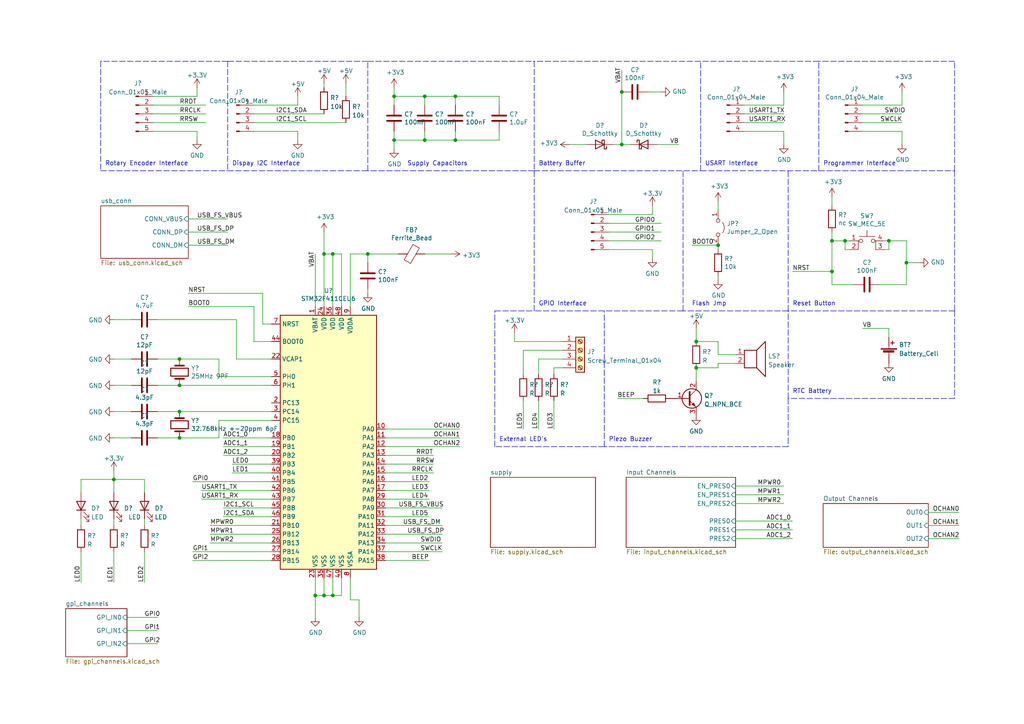
<source format=kicad_sch>
(kicad_sch (version 20211123) (generator eeschema)
  (paper "A4")
  (title_block (title "FloatPUMP Schematics") (date "2022-11-11") (rev "1.0") (company "robtor.de") (comment 1 "Controller board for up to 3 water pumps") (comment 2 "measuring capabilities with piezoresistive pressure sensors") (comment 3 "sensor input Range 4mA-20mA"))
  (lib_symbols
    (symbol "Connector:Conn_01x04_Male" (pin_names (offset 1.016) hide)
      (property "Reference" "J" (at 0 5.08 0))
      (property "Value" "Conn_01x04_Male" (at 0 -7.62 0))
      (symbol "Conn_01x04_Male_1_1"
        (polyline (pts (xy 1.27 -5.08) (xy 0.8636 -5.08)) (stroke (width 0.1524)))
        (polyline (pts (xy 1.27 -2.54) (xy 0.8636 -2.54)) (stroke (width 0.1524)))
        (polyline (pts (xy 1.27 0) (xy 0.8636 0)) (stroke (width 0.1524)))
        (polyline (pts (xy 1.27 2.54) (xy 0.8636 2.54)) (stroke (width 0.1524)))
        (rectangle (start 0.8636 -4.953) (end 0 -5.207) (stroke (width 0.1524)) (fill (type outline)))
        (rectangle (start 0.8636 -2.413) (end 0 -2.667) (stroke (width 0.1524)) (fill (type outline)))
        (rectangle (start 0.8636 0.127) (end 0 -0.127) (stroke (width 0.1524)) (fill (type outline)))
        (rectangle (start 0.8636 2.667) (end 0 2.413) (stroke (width 0.1524)) (fill (type outline)))
        (pin passive line (at 5.08 2.54 180) (length 3.81) (name "Pin_1") (number "1"))
        (pin passive line (at 5.08 0 180) (length 3.81) (name "Pin_2") (number "2"))
        (pin passive line (at 5.08 -2.54 180) (length 3.81) (name "Pin_3") (number "3"))
        (pin passive line (at 5.08 -5.08 180) (length 3.81) (name "Pin_4") (number "4"))
      )
    )
    (symbol "Connector:Conn_01x05_Male" (pin_names (offset 1.016) hide)
      (property "Reference" "J" (at 0 7.62 0))
      (property "Value" "Conn_01x05_Male" (at 0 -7.62 0))
      (symbol "Conn_01x05_Male_1_1"
        (polyline (pts (xy 1.27 -5.08) (xy 0.8636 -5.08)) (stroke (width 0.1524)))
        (polyline (pts (xy 1.27 -2.54) (xy 0.8636 -2.54)) (stroke (width 0.1524)))
        (polyline (pts (xy 1.27 0) (xy 0.8636 0)) (stroke (width 0.1524)))
        (polyline (pts (xy 1.27 2.54) (xy 0.8636 2.54)) (stroke (width 0.1524)))
        (polyline (pts (xy 1.27 5.08) (xy 0.8636 5.08)) (stroke (width 0.1524)))
        (rectangle (start 0.8636 -4.953) (end 0 -5.207) (stroke (width 0.1524)) (fill (type outline)))
        (rectangle (start 0.8636 -2.413) (end 0 -2.667) (stroke (width 0.1524)) (fill (type outline)))
        (rectangle (start 0.8636 0.127) (end 0 -0.127) (stroke (width 0.1524)) (fill (type outline)))
        (rectangle (start 0.8636 2.667) (end 0 2.413) (stroke (width 0.1524)) (fill (type outline)))
        (rectangle (start 0.8636 5.207) (end 0 4.953) (stroke (width 0.1524)) (fill (type outline)))
        (pin passive line (at 5.08 5.08 180) (length 3.81) (name "Pin_1") (number "1"))
        (pin passive line (at 5.08 2.54 180) (length 3.81) (name "Pin_2") (number "2"))
        (pin passive line (at 5.08 0 180) (length 3.81) (name "Pin_3") (number "3"))
        (pin passive line (at 5.08 -2.54 180) (length 3.81) (name "Pin_4") (number "4"))
        (pin passive line (at 5.08 -5.08 180) (length 3.81) (name "Pin_5") (number "5"))
      )
    )
    (symbol "Connector:Screw_Terminal_01x04" (pin_names (offset 1.016) hide)
      (property "Reference" "J" (at 0 5.08 0))
      (property "Value" "Screw_Terminal_01x04" (at 0 -7.62 0))
      (symbol "Screw_Terminal_01x04_1_1"
        (rectangle (start -1.27 3.81) (end 1.27 -6.35) (stroke (width 0.254)) (fill (type background)))
        (circle (center 0 -5.08) (radius 0.635) (stroke (width 0.1524)))
        (circle (center 0 -2.54) (radius 0.635) (stroke (width 0.1524)))
        (polyline (pts (xy -0.5334 -4.7498) (xy 0.3302 -5.588)) (stroke (width 0.1524)))
        (polyline (pts (xy -0.5334 -2.2098) (xy 0.3302 -3.048)) (stroke (width 0.1524)))
        (polyline (pts (xy -0.5334 0.3302) (xy 0.3302 -0.508)) (stroke (width 0.1524)))
        (polyline (pts (xy -0.5334 2.8702) (xy 0.3302 2.032)) (stroke (width 0.1524)))
        (polyline (pts (xy -0.3556 -4.572) (xy 0.508 -5.4102)) (stroke (width 0.1524)))
        (polyline (pts (xy -0.3556 -2.032) (xy 0.508 -2.8702)) (stroke (width 0.1524)))
        (polyline (pts (xy -0.3556 0.508) (xy 0.508 -0.3302)) (stroke (width 0.1524)))
        (polyline (pts (xy -0.3556 3.048) (xy 0.508 2.2098)) (stroke (width 0.1524)))
        (circle (center 0 0) (radius 0.635) (stroke (width 0.1524)))
        (circle (center 0 2.54) (radius 0.635) (stroke (width 0.1524)))
        (pin passive line (at -5.08 2.54 0) (length 3.81) (name "Pin_1") (number "1"))
        (pin passive line (at -5.08 0 0) (length 3.81) (name "Pin_2") (number "2"))
        (pin passive line (at -5.08 -2.54 0) (length 3.81) (name "Pin_3") (number "3"))
        (pin passive line (at -5.08 -5.08 0) (length 3.81) (name "Pin_4") (number "4"))
      )
    )
    (symbol "Device:Battery_Cell" (pin_numbers hide) (pin_names (offset 0) hide)
      (property "Reference" "BT" (at 2.54 2.54 0))
      (property "Value" "Battery_Cell" (at 2.54 0 0))
      (symbol "Battery_Cell_0_1"
        (rectangle (start -2.286 1.778) (end 2.286 1.524) (fill (type outline)))
        (rectangle (start -1.5748 1.1938) (end 1.4732 0.6858) (fill (type outline)))
        (polyline (pts (xy 0 0.762) (xy 0 0)))
        (polyline (pts (xy 0 1.778) (xy 0 2.54)))
        (polyline (pts (xy 0.508 3.429) (xy 1.524 3.429)) (stroke (width 0.254)))
        (polyline (pts (xy 1.016 3.937) (xy 1.016 2.921)) (stroke (width 0.254)))
      )
      (symbol "Battery_Cell_1_1"
        (pin passive line (at 0 5.08 270) (length 2.54) (name "+") (number "1"))
        (pin passive line (at 0 -2.54 90) (length 2.54) (name "-") (number "2"))
      )
    )
    (symbol "Device:C" (pin_numbers hide) (pin_names (offset 0.254))
      (property "Reference" "C" (at 0.635 2.54 0))
      (property "Value" "C" (at 0.635 -2.54 0))
      (symbol "C_0_1"
        (polyline (pts (xy -2.032 -0.762) (xy 2.032 -0.762)) (stroke (width 0.508)))
        (polyline (pts (xy -2.032 0.762) (xy 2.032 0.762)) (stroke (width 0.508)))
      )
      (symbol "C_1_1"
        (pin passive line (at 0 3.81 270) (length 2.794) (name "~") (number "1"))
        (pin passive line (at 0 -3.81 90) (length 2.794) (name "~") (number "2"))
      )
    )
    (symbol "Device:Crystal" (pin_numbers hide) (pin_names (offset 1.016) hide)
      (property "Reference" "Y" (at 0 3.81 0))
      (property "Value" "Crystal" (at 0 -3.81 0))
      (symbol "Crystal_0_1"
        (rectangle (start -1.143 2.54) (end 1.143 -2.54) (stroke (width 0.3048)))
        (polyline (pts (xy -2.54 0) (xy -1.905 0)))
        (polyline (pts (xy -1.905 -1.27) (xy -1.905 1.27)) (stroke (width 0.508)))
        (polyline (pts (xy 1.905 -1.27) (xy 1.905 1.27)) (stroke (width 0.508)))
        (polyline (pts (xy 2.54 0) (xy 1.905 0)))
      )
      (symbol "Crystal_1_1"
        (pin passive line (at -3.81 0 0) (length 1.27) (name "1") (number "1"))
        (pin passive line (at 3.81 0 180) (length 1.27) (name "2") (number "2"))
      )
    )
    (symbol "Device:D_Schottky" (pin_numbers hide) (pin_names (offset 1.016) hide)
      (property "Reference" "D" (at 0 2.54 0))
      (property "Value" "D_Schottky" (at 0 -2.54 0))
      (symbol "D_Schottky_0_1"
        (polyline (pts (xy 1.27 0) (xy -1.27 0)))
        (polyline (pts (xy 1.27 1.27) (xy 1.27 -1.27) (xy -1.27 0) (xy 1.27 1.27)) (stroke (width 0.254)))
        (polyline (pts (xy -1.905 0.635) (xy -1.905 1.27) (xy -1.27 1.27) (xy -1.27 -1.27) (xy -0.635 -1.27) (xy -0.635 -0.635)) (stroke (width 0.254)))
      )
      (symbol "D_Schottky_1_1"
        (pin passive line (at -3.81 0 0) (length 2.54) (name "K") (number "1"))
        (pin passive line (at 3.81 0 180) (length 2.54) (name "A") (number "2"))
      )
    )
    (symbol "Device:LED" (pin_numbers hide) (pin_names (offset 1.016) hide)
      (property "Reference" "D" (at 0 2.54 0))
      (property "Value" "LED" (at 0 -2.54 0))
      (symbol "LED_0_1"
        (polyline (pts (xy -1.27 -1.27) (xy -1.27 1.27)) (stroke (width 0.254)))
        (polyline (pts (xy -1.27 0) (xy 1.27 0)))
        (polyline (pts (xy 1.27 -1.27) (xy 1.27 1.27) (xy -1.27 0) (xy 1.27 -1.27)) (stroke (width 0.254)))
        (polyline (pts (xy -3.048 -0.762) (xy -4.572 -2.286) (xy -3.81 -2.286) (xy -4.572 -2.286) (xy -4.572 -1.524)))
        (polyline (pts (xy -1.778 -0.762) (xy -3.302 -2.286) (xy -2.54 -2.286) (xy -3.302 -2.286) (xy -3.302 -1.524)))
      )
      (symbol "LED_1_1"
        (pin passive line (at -3.81 0 0) (length 2.54) (name "K") (number "1"))
        (pin passive line (at 3.81 0 180) (length 2.54) (name "A") (number "2"))
      )
    )
    (symbol "Device:Q_NPN_BCE" (pin_names (offset 0) hide)
      (property "Reference" "Q" (at 5.08 1.27 0))
      (property "Value" "Q_NPN_BCE" (at 5.08 -1.27 0))
      (symbol "Q_NPN_BCE_0_1"
        (polyline (pts (xy 0.635 0.635) (xy 2.54 2.54)))
        (polyline (pts (xy 0.635 -0.635) (xy 2.54 -2.54) (xy 2.54 -2.54)))
        (polyline (pts (xy 0.635 1.905) (xy 0.635 -1.905) (xy 0.635 -1.905)) (stroke (width 0.508)))
        (polyline (pts (xy 1.27 -1.778) (xy 1.778 -1.27) (xy 2.286 -2.286) (xy 1.27 -1.778) (xy 1.27 -1.778)) (fill (type outline)))
        (circle (center 1.27 0) (radius 2.8194) (stroke (width 0.254)))
      )
      (symbol "Q_NPN_BCE_1_1"
        (pin input line (at -5.08 0 0) (length 5.715) (name "B") (number "1"))
        (pin passive line (at 2.54 5.08 270) (length 2.54) (name "C") (number "2"))
        (pin passive line (at 2.54 -5.08 90) (length 2.54) (name "E") (number "3"))
      )
    )
    (symbol "Device:R" (pin_numbers hide) (pin_names (offset 0))
      (property "Reference" "R" (at 2.032 0 90))
      (property "Value" "R" (at 0 0 90))
      (symbol "R_0_1"
        (rectangle (start -1.016 -2.54) (end 1.016 2.54) (stroke (width 0.254)))
      )
      (symbol "R_1_1"
        (pin passive line (at 0 3.81 270) (length 1.27) (name "~") (number "1"))
        (pin passive line (at 0 -3.81 90) (length 1.27) (name "~") (number "2"))
      )
    )
    (symbol "Device:Speaker" (pin_names (offset 0) hide)
      (property "Reference" "LS" (at 1.27 5.715 0))
      (property "Value" "Speaker" (at 1.27 3.81 0))
      (symbol "Speaker_0_0"
        (rectangle (start -2.54 1.27) (end 1.016 -3.81) (stroke (width 0.254)))
        (polyline (pts (xy 1.016 1.27) (xy 3.556 3.81) (xy 3.556 -6.35) (xy 1.016 -3.81)) (stroke (width 0.254)))
      )
      (symbol "Speaker_1_1"
        (pin input line (at -5.08 0 0) (length 2.54) (name "1") (number "1"))
        (pin input line (at -5.08 -2.54 0) (length 2.54) (name "2") (number "2"))
      )
    )
    (symbol "FloatPUMP-rescue:+3.3V-power" (power) (pin_names (offset 0))
      (property "Value" "+3.3V-power" (at 0 3.556 0))
      (symbol "+3.3V-power_0_1"
        (polyline (pts (xy -0.762 1.27) (xy 0 2.54)))
        (polyline (pts (xy 0 0) (xy 0 2.54)))
        (polyline (pts (xy 0 2.54) (xy 0.762 1.27)))
      )
      (symbol "+3.3V-power_1_1"
        (pin power_in line (at 0 0 90) (length 0) hide (name "+3V3") (number "1"))
      )
    )
    (symbol "FloatPUMP-rescue:Ferrite_Bead-Device" (pin_numbers hide) (pin_names (offset 0))
      (property "Reference" "FB" (at -3.81 0.635 90))
      (property "Value" "Ferrite_Bead-Device" (at 3.81 0 90))
      (symbol "Ferrite_Bead-Device_0_1"
        (polyline (pts (xy 0 -1.27) (xy 0 -1.2192)))
        (polyline (pts (xy 0 1.27) (xy 0 1.2954)))
        (polyline (pts (xy -2.7686 0.4064) (xy -1.7018 2.2606) (xy 2.7686 -0.3048) (xy 1.6764 -2.159) (xy -2.7686 0.4064)))
      )
      (symbol "Ferrite_Bead-Device_1_1"
        (pin passive line (at 0 3.81 270) (length 2.54) (name "~") (number "1"))
        (pin passive line (at 0 -3.81 90) (length 2.54) (name "~") (number "2"))
      )
    )
    (symbol "Jumper:Jumper_2_Open" (pin_names (offset 0) hide)
      (property "Reference" "JP" (at 0 2.794 0))
      (property "Value" "Jumper_2_Open" (at 0 -2.286 0))
      (symbol "Jumper_2_Open_0_0"
        (circle (center -2.032 0) (radius 0.508))
        (circle (center 2.032 0) (radius 0.508))
      )
      (symbol "Jumper_2_Open_0_1"
        (arc (start 1.524 1.27) (mid 0 1.778) (end -1.524 1.27))
      )
      (symbol "Jumper_2_Open_1_1"
        (pin passive line (at -5.08 0 0) (length 2.54) (name "A") (number "1"))
        (pin passive line (at 5.08 0 180) (length 2.54) (name "B") (number "2"))
      )
    )
    (symbol "MCU_ST_STM32F4:STM32F411CEUx"
      (property "Reference" "U" (at -15.24 36.83 0))
      (property "Value" "STM32F411CEUx" (at 7.62 36.83 0))
      (symbol "STM32F411CEUx_0_1"
        (rectangle (start -15.24 -38.1) (end 12.7 35.56) (stroke (width 0.254)) (fill (type background)))
      )
      (symbol "STM32F411CEUx_1_1"
        (pin power_in line (at -5.08 38.1 270) (length 2.54) (name "VBAT") (number "1"))
        (pin bidirectional line (at 15.24 2.54 180) (length 2.54) (name "PA0") (number "10"))
        (pin bidirectional line (at 15.24 0 180) (length 2.54) (name "PA1") (number "11"))
        (pin bidirectional line (at 15.24 -2.54 180) (length 2.54) (name "PA2") (number "12"))
        (pin bidirectional line (at 15.24 -5.08 180) (length 2.54) (name "PA3") (number "13"))
        (pin bidirectional line (at 15.24 -7.62 180) (length 2.54) (name "PA4") (number "14"))
        (pin bidirectional line (at 15.24 -10.16 180) (length 2.54) (name "PA5") (number "15"))
        (pin bidirectional line (at 15.24 -12.7 180) (length 2.54) (name "PA6") (number "16"))
        (pin bidirectional line (at 15.24 -15.24 180) (length 2.54) (name "PA7") (number "17"))
        (pin bidirectional line (at -17.78 0 0) (length 2.54) (name "PB0") (number "18"))
        (pin bidirectional line (at -17.78 -2.54 0) (length 2.54) (name "PB1") (number "19"))
        (pin bidirectional line (at -17.78 10.16 0) (length 2.54) (name "PC13") (number "2"))
        (pin bidirectional line (at -17.78 -5.08 0) (length 2.54) (name "PB2") (number "20"))
        (pin bidirectional line (at -17.78 -25.4 0) (length 2.54) (name "PB10") (number "21"))
        (pin power_in line (at -17.78 22.86 0) (length 2.54) (name "VCAP1") (number "22"))
        (pin power_in line (at -5.08 -40.64 90) (length 2.54) (name "VSS") (number "23"))
        (pin power_in line (at -2.54 38.1 270) (length 2.54) (name "VDD") (number "24"))
        (pin bidirectional line (at -17.78 -27.94 0) (length 2.54) (name "PB12") (number "25"))
        (pin bidirectional line (at -17.78 -30.48 0) (length 2.54) (name "PB13") (number "26"))
        (pin bidirectional line (at -17.78 -33.02 0) (length 2.54) (name "PB14") (number "27"))
        (pin bidirectional line (at -17.78 -35.56 0) (length 2.54) (name "PB15") (number "28"))
        (pin bidirectional line (at 15.24 -17.78 180) (length 2.54) (name "PA8") (number "29"))
        (pin bidirectional line (at -17.78 7.62 0) (length 2.54) (name "PC14") (number "3"))
        (pin bidirectional line (at 15.24 -20.32 180) (length 2.54) (name "PA9") (number "30"))
        (pin bidirectional line (at 15.24 -22.86 180) (length 2.54) (name "PA10") (number "31"))
        (pin bidirectional line (at 15.24 -25.4 180) (length 2.54) (name "PA11") (number "32"))
        (pin bidirectional line (at 15.24 -27.94 180) (length 2.54) (name "PA12") (number "33"))
        (pin bidirectional line (at 15.24 -30.48 180) (length 2.54) (name "PA13") (number "34"))
        (pin power_in line (at -2.54 -40.64 90) (length 2.54) (name "VSS") (number "35"))
        (pin power_in line (at 0 38.1 270) (length 2.54) (name "VDD") (number "36"))
        (pin bidirectional line (at 15.24 -33.02 180) (length 2.54) (name "PA14") (number "37"))
        (pin bidirectional line (at 15.24 -35.56 180) (length 2.54) (name "PA15") (number "38"))
        (pin bidirectional line (at -17.78 -7.62 0) (length 2.54) (name "PB3") (number "39"))
        (pin bidirectional line (at -17.78 5.08 0) (length 2.54) (name "PC15") (number "4"))
        (pin bidirectional line (at -17.78 -10.16 0) (length 2.54) (name "PB4") (number "40"))
        (pin bidirectional line (at -17.78 -12.7 0) (length 2.54) (name "PB5") (number "41"))
        (pin bidirectional line (at -17.78 -15.24 0) (length 2.54) (name "PB6") (number "42"))
        (pin bidirectional line (at -17.78 -17.78 0) (length 2.54) (name "PB7") (number "43"))
        (pin input line (at -17.78 27.94 0) (length 2.54) (name "BOOT0") (number "44"))
        (pin bidirectional line (at -17.78 -20.32 0) (length 2.54) (name "PB8") (number "45"))
        (pin bidirectional line (at -17.78 -22.86 0) (length 2.54) (name "PB9") (number "46"))
        (pin power_in line (at 0 -40.64 90) (length 2.54) (name "VSS") (number "47"))
        (pin power_in line (at 2.54 38.1 270) (length 2.54) (name "VDD") (number "48"))
        (pin power_in line (at 2.54 -40.64 90) (length 2.54) (name "VSS") (number "49"))
        (pin input line (at -17.78 17.78 0) (length 2.54) (name "PH0") (number "5"))
        (pin input line (at -17.78 15.24 0) (length 2.54) (name "PH1") (number "6"))
        (pin input line (at -17.78 33.02 0) (length 2.54) (name "NRST") (number "7"))
        (pin power_in line (at 5.08 -40.64 90) (length 2.54) (name "VSSA") (number "8"))
        (pin power_in line (at 5.08 38.1 270) (length 2.54) (name "VDDA") (number "9"))
      )
    )
    (symbol "Switch:SW_MEC_5E" (pin_names (offset 1.016) hide)
      (property "Reference" "SW" (at 0.635 5.715 0))
      (property "Value" "SW_MEC_5E" (at 0 -3.175 0))
      (symbol "SW_MEC_5E_0_1"
        (circle (center -1.778 2.54) (radius 0.508))
        (polyline (pts (xy -2.286 3.81) (xy 2.286 3.81)))
        (polyline (pts (xy 0 3.81) (xy 0 5.588)))
        (polyline (pts (xy -2.54 0) (xy -2.54 2.54) (xy -2.286 2.54)))
        (polyline (pts (xy 2.54 0) (xy 2.54 2.54) (xy 2.286 2.54)))
        (circle (center 1.778 2.54) (radius 0.508))
        (pin passive line (at -5.08 2.54 0) (length 2.54) (name "1") (number "1"))
        (pin passive line (at -5.08 0 0) (length 2.54) (name "2") (number "2"))
        (pin passive line (at 5.08 0 180) (length 2.54) (name "K") (number "3"))
        (pin passive line (at 5.08 2.54 180) (length 2.54) (name "A") (number "4"))
      )
    )
    (symbol "power:+3.3V" (power) (pin_names (offset 0))
      (property "Value" "+3.3V" (at 0 3.556 0))
      (symbol "+3.3V_0_1"
        (polyline (pts (xy -0.762 1.27) (xy 0 2.54)))
        (polyline (pts (xy 0 0) (xy 0 2.54)))
        (polyline (pts (xy 0 2.54) (xy 0.762 1.27)))
      )
      (symbol "+3.3V_1_1"
        (pin power_in line (at 0 0 90) (length 0) hide (name "+3.3V") (number "1"))
      )
    )
    (symbol "power:+5V" (power) (pin_names (offset 0))
      (property "Value" "+5V" (at 0 3.556 0))
      (symbol "+5V_0_1"
        (polyline (pts (xy -0.762 1.27) (xy 0 2.54)))
        (polyline (pts (xy 0 0) (xy 0 2.54)))
        (polyline (pts (xy 0 2.54) (xy 0.762 1.27)))
      )
      (symbol "+5V_1_1"
        (pin power_in line (at 0 0 90) (length 0) hide (name "+5V") (number "1"))
      )
    )
    (symbol "power:GND" (power) (pin_names (offset 0))
      (property "Value" "GND" (at 0 -3.81 0))
      (symbol "GND_0_1"
        (polyline (pts (xy 0 0) (xy 0 -1.27) (xy 1.27 -1.27) (xy 0 -2.54) (xy -1.27 -1.27) (xy 0 -1.27)))
      )
      (symbol "GND_1_1"
        (pin power_in line (at 0 0 270) (length 0) hide (name "GND") (number "1"))
      )
    )
  )
  (junction (at 91.44 172.72))
  (junction (at 96.52 73.66))
  (junction (at 132.08 27.94))
  (junction (at 123.19 40.64))
  (junction (at 123.19 27.94))
  (junction (at 96.52 172.72))
  (junction (at 52.07 127))
  (junction (at 114.3 40.64))
  (junction (at 241.3 78.74))
  (junction (at 180.34 41.91))
  (junction (at 262.89 76.2))
  (junction (at 132.08 40.64))
  (junction (at 52.07 104.14))
  (junction (at 257.81 69.85))
  (junction (at 52.07 119.38))
  (junction (at 33.02 139.065))
  (junction (at 52.07 111.76))
  (junction (at 245.11 69.85))
  (junction (at 201.93 106.68))
  (junction (at 180.34 26.67))
  (junction (at 106.68 73.66))
  (junction (at 208.28 71.12))
  (junction (at 114.3 27.94))
  (junction (at 93.98 73.66))
  (junction (at 201.93 99.06))
  (junction (at 93.98 172.72))
  (junction (at 241.3 69.85))
  (wire (pts (xy 64.77 129.54) (xy 78.74 129.54)))
  (polyline (pts (xy 175.26 129.54) (xy 175.26 90.17)))
  (wire (pts (xy 38.1 119.38) (xy 33.02 119.38)))
  (wire (pts (xy 73.66 99.06) (xy 73.66 88.9)))
  (wire (pts (xy 255.27 82.55) (xy 262.89 82.55)))
  (wire (pts (xy 99.06 73.66) (xy 96.52 73.66)))
  (wire (pts (xy 123.19 27.94) (xy 123.19 30.48)))
  (wire (pts (xy 114.3 27.94) (xy 114.3 30.48)))
  (wire (pts (xy 52.07 104.14) (xy 45.72 104.14)))
  (wire (pts (xy 78.74 119.38) (xy 52.07 119.38)))
  (wire (pts (xy 78.74 139.7) (xy 55.88 139.7)))
  (wire (pts (xy 78.74 160.02) (xy 55.88 160.02)))
  (wire (pts (xy 149.225 99.06) (xy 163.195 99.06)))
  (polyline (pts (xy 106.68 49.53) (xy 106.68 17.78)))
  (wire (pts (xy 78.74 132.08) (xy 64.77 132.08)))
  (wire (pts (xy 93.98 172.72) (xy 91.44 172.72)))
  (polyline (pts (xy 228.6 115.57) (xy 228.6 129.54)))
  (polyline (pts (xy 228.6 90.17) (xy 198.12 90.17)))
  (wire (pts (xy 78.74 149.86) (xy 64.77 149.86)))
  (wire (pts (xy 106.68 83.82) (xy 106.68 85.09)))
  (wire (pts (xy 41.91 142.875) (xy 41.91 139.065)))
  (wire (pts (xy 208.28 80.01) (xy 208.28 81.28)))
  (wire (pts (xy 111.76 127) (xy 133.35 127)))
  (wire (pts (xy 111.76 157.48) (xy 128.27 157.48)))
  (wire (pts (xy 215.9 35.56) (xy 227.33 35.56)))
  (wire (pts (xy 104.14 173.99) (xy 101.6 173.99)))
  (polyline (pts (xy 154.94 90.17) (xy 154.94 49.53)))
  (wire (pts (xy 241.3 69.85) (xy 241.3 78.74)))
  (wire (pts (xy 96.52 167.64) (xy 96.52 172.72)))
  (wire (pts (xy 241.3 78.74) (xy 229.87 78.74)))
  (wire (pts (xy 104.14 179.07) (xy 104.14 173.99)))
  (wire (pts (xy 208.28 99.06) (xy 208.28 102.87)))
  (wire (pts (xy 163.195 101.6) (xy 151.765 101.6)))
  (wire (pts (xy 176.53 72.39) (xy 189.23 72.39)))
  (wire (pts (xy 144.78 40.64) (xy 132.08 40.64)))
  (wire (pts (xy 44.45 27.94) (xy 57.15 27.94)))
  (wire (pts (xy 36.83 186.69) (xy 45.72 186.69)))
  (wire (pts (xy 189.23 72.39) (xy 189.23 74.93)))
  (wire (pts (xy 256.54 72.39) (xy 257.81 72.39)))
  (wire (pts (xy 111.76 160.02) (xy 128.27 160.02)))
  (wire (pts (xy 52.07 111.76) (xy 45.72 111.76)))
  (wire (pts (xy 111.76 147.32) (xy 128.27 147.32)))
  (polyline (pts (xy 66.04 17.78) (xy 29.21 17.78)))
  (polyline (pts (xy 66.04 49.53) (xy 106.68 49.53)))
  (wire (pts (xy 250.19 33.02) (xy 261.62 33.02)))
  (wire (pts (xy 156.21 116.205) (xy 156.21 124.46)))
  (wire (pts (xy 33.02 111.76) (xy 38.1 111.76)))
  (wire (pts (xy 23.495 142.875) (xy 23.495 139.065)))
  (wire (pts (xy 132.08 27.94) (xy 123.19 27.94)))
  (wire (pts (xy 201.93 99.06) (xy 208.28 99.06)))
  (polyline (pts (xy 154.94 49.53) (xy 106.68 49.53)))
  (wire (pts (xy 132.08 38.1) (xy 132.08 40.64)))
  (polyline (pts (xy 143.51 90.17) (xy 154.94 90.17)))
  (wire (pts (xy 123.19 73.66) (xy 130.81 73.66)))
  (wire (pts (xy 160.655 106.68) (xy 160.655 108.585)))
  (wire (pts (xy 246.38 72.39) (xy 245.11 72.39)))
  (wire (pts (xy 176.53 67.31) (xy 191.77 67.31)))
  (wire (pts (xy 250.19 30.48) (xy 261.62 30.48)))
  (wire (pts (xy 111.76 124.46) (xy 133.35 124.46)))
  (wire (pts (xy 151.765 116.205) (xy 151.765 124.46)))
  (wire (pts (xy 78.74 144.78) (xy 58.42 144.78)))
  (wire (pts (xy 257.81 69.85) (xy 262.89 69.85)))
  (wire (pts (xy 250.19 95.25) (xy 257.81 95.25)))
  (wire (pts (xy 247.65 82.55) (xy 241.3 82.55)))
  (wire (pts (xy 45.72 92.71) (xy 68.58 92.71)))
  (wire (pts (xy 111.76 129.54) (xy 133.35 129.54)))
  (wire (pts (xy 33.02 160.02) (xy 33.02 168.91)))
  (polyline (pts (xy 29.21 17.78) (xy 29.21 49.53)))
  (wire (pts (xy 99.06 167.64) (xy 99.06 172.72)))
  (wire (pts (xy 213.36 140.97) (xy 227.33 140.97)))
  (wire (pts (xy 111.76 137.16) (xy 125.73 137.16)))
  (wire (pts (xy 68.58 104.14) (xy 78.74 104.14)))
  (wire (pts (xy 96.52 88.9) (xy 96.52 73.66)))
  (wire (pts (xy 180.34 26.67) (xy 180.34 20.32)))
  (wire (pts (xy 269.24 152.4) (xy 278.13 152.4)))
  (wire (pts (xy 208.28 58.42) (xy 208.28 60.96)))
  (polyline (pts (xy 276.86 49.53) (xy 276.86 17.78)))
  (polyline (pts (xy 154.94 49.53) (xy 203.2 49.53)))
  (wire (pts (xy 52.07 119.38) (xy 45.72 119.38)))
  (wire (pts (xy 23.495 160.02) (xy 23.495 168.91)))
  (wire (pts (xy 208.28 71.12) (xy 200.66 71.12)))
  (wire (pts (xy 38.1 104.14) (xy 33.02 104.14)))
  (wire (pts (xy 227.33 38.1) (xy 227.33 41.91)))
  (wire (pts (xy 156.21 104.14) (xy 156.21 108.585)))
  (wire (pts (xy 111.76 142.24) (xy 124.46 142.24)))
  (polyline (pts (xy 175.26 129.54) (xy 143.51 129.54)))
  (wire (pts (xy 78.74 137.16) (xy 67.31 137.16)))
  (polyline (pts (xy 106.68 17.78) (xy 154.94 17.78)))
  (wire (pts (xy 262.89 69.85) (xy 262.89 76.2)))
  (wire (pts (xy 163.195 106.68) (xy 160.655 106.68)))
  (wire (pts (xy 213.36 151.13) (xy 229.87 151.13)))
  (wire (pts (xy 111.76 134.62) (xy 125.73 134.62)))
  (wire (pts (xy 144.78 38.1) (xy 144.78 40.64)))
  (wire (pts (xy 76.2 93.98) (xy 76.2 85.09)))
  (wire (pts (xy 227.33 30.48) (xy 227.33 26.67)))
  (wire (pts (xy 241.3 57.15) (xy 241.3 59.69)))
  (wire (pts (xy 151.765 101.6) (xy 151.765 108.585)))
  (polyline (pts (xy 106.68 17.78) (xy 66.04 17.78)))
  (wire (pts (xy 123.19 27.94) (xy 114.3 27.94)))
  (wire (pts (xy 241.3 78.74) (xy 241.3 82.55)))
  (wire (pts (xy 63.5 104.14) (xy 52.07 104.14)))
  (wire (pts (xy 215.9 30.48) (xy 227.33 30.48)))
  (wire (pts (xy 176.53 62.23) (xy 189.23 62.23)))
  (polyline (pts (xy 29.21 49.53) (xy 66.04 49.53)))
  (wire (pts (xy 63.5 109.22) (xy 63.5 104.14)))
  (wire (pts (xy 101.6 88.9) (xy 101.6 73.66)))
  (wire (pts (xy 213.36 156.21) (xy 229.87 156.21)))
  (wire (pts (xy 241.3 69.85) (xy 245.11 69.85)))
  (wire (pts (xy 262.89 76.2) (xy 266.7 76.2)))
  (wire (pts (xy 63.5 121.92) (xy 63.5 127)))
  (wire (pts (xy 78.74 134.62) (xy 67.31 134.62)))
  (wire (pts (xy 111.76 152.4) (xy 128.27 152.4)))
  (wire (pts (xy 201.93 106.68) (xy 201.93 110.49)))
  (wire (pts (xy 201.93 95.25) (xy 201.93 99.06)))
  (wire (pts (xy 123.19 38.1) (xy 123.19 40.64)))
  (wire (pts (xy 144.78 30.48) (xy 144.78 27.94)))
  (polyline (pts (xy 276.86 17.78) (xy 237.49 17.78)))
  (wire (pts (xy 78.74 111.76) (xy 52.07 111.76)))
  (wire (pts (xy 114.3 38.1) (xy 114.3 40.64)))
  (wire (pts (xy 111.76 132.08) (xy 125.73 132.08)))
  (wire (pts (xy 201.93 106.68) (xy 208.28 106.68)))
  (wire (pts (xy 241.3 67.31) (xy 241.3 69.85)))
  (wire (pts (xy 215.9 38.1) (xy 227.33 38.1)))
  (wire (pts (xy 123.19 40.64) (xy 114.3 40.64)))
  (wire (pts (xy 93.98 88.9) (xy 93.98 73.66)))
  (wire (pts (xy 213.36 153.67) (xy 229.87 153.67)))
  (wire (pts (xy 23.495 139.065) (xy 33.02 139.065)))
  (wire (pts (xy 261.62 30.48) (xy 261.62 26.67)))
  (wire (pts (xy 182.88 41.91) (xy 180.34 41.91)))
  (wire (pts (xy 73.66 88.9) (xy 54.61 88.9)))
  (wire (pts (xy 99.06 172.72) (xy 96.52 172.72)))
  (wire (pts (xy 68.58 92.71) (xy 68.58 104.14)))
  (wire (pts (xy 96.52 172.72) (xy 93.98 172.72)))
  (wire (pts (xy 180.34 41.91) (xy 177.8 41.91)))
  (wire (pts (xy 179.07 115.57) (xy 186.69 115.57)))
  (wire (pts (xy 132.08 40.64) (xy 123.19 40.64)))
  (wire (pts (xy 160.655 116.205) (xy 160.655 124.46)))
  (wire (pts (xy 36.83 182.88) (xy 45.72 182.88)))
  (wire (pts (xy 78.74 109.22) (xy 63.5 109.22)))
  (wire (pts (xy 111.76 139.7) (xy 124.46 139.7)))
  (polyline (pts (xy 154.94 17.78) (xy 154.94 49.53)))
  (wire (pts (xy 73.66 38.1) (xy 86.36 38.1)))
  (wire (pts (xy 245.11 72.39) (xy 245.11 69.85)))
  (polyline (pts (xy 237.49 17.78) (xy 203.2 17.78)))
  (wire (pts (xy 86.36 38.1) (xy 86.36 40.64)))
  (wire (pts (xy 91.44 172.72) (xy 91.44 167.64)))
  (wire (pts (xy 76.2 85.09) (xy 54.61 85.09)))
  (wire (pts (xy 111.76 149.86) (xy 124.46 149.86)))
  (polyline (pts (xy 237.49 49.53) (xy 237.49 17.78)))
  (wire (pts (xy 78.74 154.94) (xy 60.96 154.94)))
  (wire (pts (xy 44.45 33.02) (xy 59.69 33.02)))
  (wire (pts (xy 269.24 156.21) (xy 278.13 156.21)))
  (wire (pts (xy 38.1 92.71) (xy 33.02 92.71)))
  (wire (pts (xy 33.02 127) (xy 38.1 127)))
  (wire (pts (xy 93.98 73.66) (xy 93.98 67.31)))
  (wire (pts (xy 93.98 167.64) (xy 93.98 172.72)))
  (wire (pts (xy 86.36 27.94) (xy 86.36 30.48)))
  (wire (pts (xy 106.68 76.2) (xy 106.68 73.66)))
  (wire (pts (xy 149.225 96.52) (xy 149.225 99.06)))
  (wire (pts (xy 215.9 33.02) (xy 227.33 33.02)))
  (wire (pts (xy 163.195 104.14) (xy 156.21 104.14)))
  (wire (pts (xy 176.53 64.77) (xy 191.77 64.77)))
  (wire (pts (xy 132.08 30.48) (xy 132.08 27.94)))
  (wire (pts (xy 189.23 59.69) (xy 189.23 62.23)))
  (polyline (pts (xy 198.12 90.17) (xy 198.12 49.53)))
  (wire (pts (xy 262.89 76.2) (xy 262.89 82.55)))
  (polyline (pts (xy 276.86 49.53) (xy 276.86 90.17)))
  (wire (pts (xy 54.61 71.12) (xy 66.04 71.12)))
  (wire (pts (xy 257.81 72.39) (xy 257.81 69.85)))
  (wire (pts (xy 78.74 93.98) (xy 76.2 93.98)))
  (wire (pts (xy 257.81 97.79) (xy 257.81 95.25)))
  (wire (pts (xy 73.66 30.48) (xy 86.36 30.48)))
  (wire (pts (xy 63.5 127) (xy 52.07 127)))
  (wire (pts (xy 180.34 41.91) (xy 180.34 26.67)))
  (wire (pts (xy 57.15 38.1) (xy 57.15 40.64)))
  (polyline (pts (xy 228.6 90.17) (xy 228.6 49.53)))
  (wire (pts (xy 256.54 69.85) (xy 257.81 69.85)))
  (polyline (pts (xy 228.6 115.57) (xy 228.6 90.17)))
  (wire (pts (xy 250.19 35.56) (xy 261.62 35.56)))
  (wire (pts (xy 78.74 162.56) (xy 55.88 162.56)))
  (polyline (pts (xy 198.12 90.17) (xy 154.94 90.17)))
  (polyline (pts (xy 276.86 90.17) (xy 228.6 90.17)))
  (wire (pts (xy 111.76 154.94) (xy 128.27 154.94)))
  (polyline (pts (xy 66.04 17.78) (xy 66.04 49.53)))
  (polyline (pts (xy 228.6 129.54) (xy 175.26 129.54)))
  (wire (pts (xy 91.44 88.9) (xy 91.44 73.66)))
  (wire (pts (xy 96.52 73.66) (xy 93.98 73.66)))
  (wire (pts (xy 41.91 150.495) (xy 41.91 152.4)))
  (wire (pts (xy 250.19 38.1) (xy 261.62 38.1)))
  (wire (pts (xy 114.3 27.94) (xy 114.3 25.4)))
  (wire (pts (xy 99.06 88.9) (xy 99.06 73.66)))
  (wire (pts (xy 100.33 24.13) (xy 100.33 27.94)))
  (wire (pts (xy 208.28 72.39) (xy 208.28 71.12)))
  (wire (pts (xy 114.3 40.64) (xy 114.3 43.18)))
  (wire (pts (xy 176.53 69.85) (xy 191.77 69.85)))
  (polyline (pts (xy 203.2 49.53) (xy 237.49 49.53)))
  (wire (pts (xy 111.76 162.56) (xy 124.46 162.56)))
  (wire (pts (xy 44.45 38.1) (xy 57.15 38.1)))
  (wire (pts (xy 93.98 24.13) (xy 93.98 25.4)))
  (wire (pts (xy 261.62 38.1) (xy 261.62 41.91)))
  (wire (pts (xy 58.42 142.24) (xy 78.74 142.24)))
  (wire (pts (xy 245.11 69.85) (xy 246.38 69.85)))
  (wire (pts (xy 91.44 172.72) (xy 91.44 179.07)))
  (wire (pts (xy 78.74 121.92) (xy 63.5 121.92)))
  (wire (pts (xy 78.74 99.06) (xy 73.66 99.06)))
  (wire (pts (xy 213.36 143.51) (xy 227.33 143.51)))
  (wire (pts (xy 78.74 127) (xy 64.77 127)))
  (wire (pts (xy 33.02 139.065) (xy 33.02 142.875)))
  (polyline (pts (xy 203.2 17.78) (xy 154.94 17.78)))
  (polyline (pts (xy 276.86 90.17) (xy 276.86 115.57)))
  (wire (pts (xy 190.5 41.91) (xy 196.85 41.91)))
  (wire (pts (xy 191.77 26.67) (xy 187.96 26.67)))
  (wire (pts (xy 106.68 73.66) (xy 115.57 73.66)))
  (wire (pts (xy 73.66 33.02) (xy 93.98 33.02)))
  (wire (pts (xy 36.83 179.07) (xy 45.72 179.07)))
  (wire (pts (xy 111.76 144.78) (xy 124.46 144.78)))
  (wire (pts (xy 78.74 157.48) (xy 60.96 157.48)))
  (wire (pts (xy 208.28 105.41) (xy 208.28 106.68)))
  (wire (pts (xy 44.45 30.48) (xy 59.69 30.48)))
  (wire (pts (xy 33.02 139.065) (xy 41.91 139.065)))
  (polyline (pts (xy 143.51 129.54) (xy 143.51 90.17)))
  (wire (pts (xy 73.66 35.56) (xy 100.33 35.56)))
  (wire (pts (xy 52.07 127) (xy 45.72 127)))
  (wire (pts (xy 54.61 63.5) (xy 66.04 63.5)))
  (wire (pts (xy 33.02 136.525) (xy 33.02 139.065)))
  (wire (pts (xy 213.36 105.41) (xy 208.28 105.41)))
  (wire (pts (xy 41.91 160.02) (xy 41.91 168.91)))
  (wire (pts (xy 144.78 27.94) (xy 132.08 27.94)))
  (polyline (pts (xy 203.2 49.53) (xy 203.2 17.78)))
  (wire (pts (xy 269.24 148.59) (xy 278.13 148.59)))
  (wire (pts (xy 57.15 25.4) (xy 57.15 27.94)))
  (wire (pts (xy 54.61 67.31) (xy 66.04 67.31)))
  (wire (pts (xy 101.6 173.99) (xy 101.6 167.64)))
  (wire (pts (xy 208.28 102.87) (xy 213.36 102.87)))
  (wire (pts (xy 165.1 41.91) (xy 170.18 41.91)))
  (wire (pts (xy 44.45 35.56) (xy 59.69 35.56)))
  (wire (pts (xy 23.495 150.495) (xy 23.495 152.4)))
  (wire (pts (xy 78.74 147.32) (xy 64.77 147.32)))
  (polyline (pts (xy 276.86 115.57) (xy 228.6 115.57)))
  (wire (pts (xy 101.6 73.66) (xy 106.68 73.66)))
  (wire (pts (xy 78.74 152.4) (xy 60.96 152.4)))
  (polyline (pts (xy 237.49 49.53) (xy 276.86 49.53)))
  (wire (pts (xy 33.02 150.495) (xy 33.02 152.4)))
  (wire (pts (xy 213.36 146.05) (xy 227.33 146.05)))
  (text "External LED's" (at 144.78 128.27 0) (effects (font (size 1.27 1.27)) (justify left bottom)))
  (text "RTC Battery" (at 229.87 114.3 0) (effects (font (size 1.27 1.27)) (justify left bottom)))
  (text "Dispay I2C Interface" (at 67.31 48.26 0) (effects (font (size 1.27 1.27)) (justify left bottom)))
  (text "GPIO Interface" (at 156.21 88.9 0) (effects (font (size 1.27 1.27)) (justify left bottom)))
  (text "Supply Capacitors" (at 118.11 48.26 0) (effects (font (size 1.27 1.27)) (justify left bottom)))
  (text "Programmer Interface" (at 238.76 48.26 0) (effects (font (size 1.27 1.27)) (justify left bottom)))
  (text "USART Interface" (at 204.47 48.26 0) (effects (font (size 1.27 1.27)) (justify left bottom)))
  (text "Flash Jmp" (at 200.66 88.9 0) (effects (font (size 1.27 1.27)) (justify left bottom)))
  (text "Piezo Buzzer" (at 176.53 128.27 0) (effects (font (size 1.27 1.27)) (justify left bottom)))
  (text "Reset Button" (at 229.87 88.9 0) (effects (font (size 1.27 1.27)) (justify left bottom)))
  (text "Rotary Encoder Interface" (at 30.48 48.26 0) (effects (font (size 1.27 1.27)) (justify left bottom)))
  (text "Battery Buffer" (at 156.21 48.26 0) (effects (font (size 1.27 1.27)) (justify left bottom)))
  (label "ADC1_2" (at 64.77 132.08 0))
  (label "GPIO1" (at 184.15 67.31 0))
  (label "VB" (at 194.31 41.91 0))
  (label "SWDIO" (at 256.54 33.02 0))
  (label "NRST" (at 229.87 78.74 0))
  (label "I2C1_SCL" (at 80.01 35.56 0))
  (label "LED1" (at 33.02 168.91 90))
  (label "RRDT" (at 52.07 30.48 0))
  (label "GPI1" (at 41.91 182.88 0))
  (label "USART1_RX" (at 58.42 144.78 0))
  (label "VBAT" (at 91.44 77.47 90))
  (label "SWDIO" (at 121.92 157.48 0))
  (label "GPI2" (at 41.91 186.69 0))
  (label "GPI2" (at 55.88 162.56 0))
  (label "MPWR2" (at 60.96 157.48 0))
  (label "LED3" (at 160.655 124.46 90))
  (label "USB_FS_DM" (at 116.84 152.4 0))
  (label "LED5" (at 151.765 124.46 90))
  (label "LED4" (at 119.38 144.78 0))
  (label "BOOT0" (at 200.66 71.12 0))
  (label "OCHAN2" (at 270.51 156.21 0))
  (label "SWCLK" (at 121.92 160.02 0))
  (label "I2C1_SDA" (at 64.77 149.86 0))
  (label "USART1_TX" (at 58.42 142.24 0))
  (label "RRSW" (at 52.07 35.56 0))
  (label "ADC1_1" (at 222.25 153.67 0))
  (label "I2C1_SCL" (at 64.77 147.32 0))
  (label "LED0" (at 67.31 134.62 0))
  (label "OCHAN1" (at 125.73 127 0))
  (label "USB_FS_VBUS" (at 57.15 63.5 0))
  (label "SWCLK" (at 255.27 35.56 0))
  (label "OCHAN2" (at 125.73 129.54 0))
  (label "USB_FS_DM" (at 57.15 71.12 0))
  (label "RRSW" (at 120.65 134.62 0))
  (label "OCHAN0" (at 270.51 148.59 0))
  (label "ADC1_2" (at 222.25 156.21 0))
  (label "USART1_RX" (at 217.17 35.56 0))
  (label "MPWR2" (at 219.71 146.05 0))
  (label "BEEP" (at 119.38 162.56 0))
  (label "NRST" (at 54.61 85.09 0))
  (label "GPI0" (at 55.88 139.7 0))
  (label "LED2" (at 41.91 168.91 90))
  (label "RRCLK" (at 119.38 137.16 0))
  (label "LED3" (at 119.38 142.24 0))
  (label "LED1" (at 67.31 137.16 0))
  (label "LED0" (at 23.495 168.91 90))
  (label "OCHAN0" (at 125.73 124.46 0))
  (label "GPIO0" (at 184.15 64.77 0))
  (label "GPI1" (at 55.88 160.02 0))
  (label "OCHAN1" (at 270.51 152.4 0))
  (label "RRCLK" (at 52.07 33.02 0))
  (label "MPWR0" (at 219.71 140.97 0))
  (label "I2C1_SDA" (at 80.01 33.02 0))
  (label "ADC1_1" (at 64.77 129.54 0))
  (label "USB_FS_DP" (at 118.11 154.94 0))
  (label "GPI0" (at 41.91 179.07 0))
  (label "USB_FS_DP" (at 57.15 67.31 0))
  (label "USART1_TX" (at 217.17 33.02 0))
  (label "VB" (at 250.19 95.25 0))
  (label "BEEP" (at 179.07 115.57 0))
  (label "LED4" (at 156.21 124.46 90))
  (label "USB_FS_VBUS" (at 115.57 147.32 0))
  (label "ADC1_0" (at 64.77 127 0))
  (label "MPWR1" (at 60.96 154.94 0))
  (label "LED5" (at 119.38 149.86 0))
  (label "BOOT0" (at 54.61 88.9 0))
  (label "RRDT" (at 120.65 132.08 0))
  (label "MPWR1" (at 219.71 143.51 0))
  (label "ADC1_0" (at 222.25 151.13 0))
  (label "VBAT" (at 180.34 24.13 90))
  (label "MPWR0" (at 60.96 152.4 0))
  (label "LED2" (at 119.38 139.7 0))
  (label "GPIO2" (at 184.15 69.85 0))
  (symbol (lib_id "MCU_ST_STM32F4:STM32F411CEUx") (at 96.52 127 0) (unit 1)
    (property "Reference" "U?" (at 95.25 84.3026 0))
    (property "Value" "STM32F411CEU6" (at 95.25 86.614 0))
    (property "Footprint" "Package_DFN_QFN:QFN-48-1EP_7x7mm_P0.5mm_EP5.6x5.6mm" (effects hide))
    (property "Datasheet" "http://www.st.com/st-web-ui/static/active/en/resource/technical/document/datasheet/DM00115249.pdf" (effects hide))
  )
  (symbol (lib_id "Device:Crystal") (at 52.07 107.95 270) (unit 1)
    (property "Reference" "Y?" (at 55.3974 106.7816 90) (effects (justify left)))
    (property "Value" "25MHz 9PF" (at 55.3974 109.093 90) (effects (justify left)))
  )
  (symbol (lib_id "Device:C") (at 41.91 104.14 270) (unit 1)
    (property "Reference" "C?" (at 41.91 97.7392 90))
    (property "Value" "12pF" (at 41.91 100.0506 90))
  )
  (symbol (lib_id "Device:C") (at 41.91 111.76 270) (unit 1)
    (property "Reference" "C?" (at 41.91 105.3592 90))
    (property "Value" "12pF" (at 41.91 107.6706 90))
  )
  (symbol (lib_id "Device:Crystal") (at 52.07 123.19 270) (unit 1)
    (property "Reference" "Y?" (at 55.3974 122.0216 90) (effects (justify left)))
    (property "Value" "32.768kHz +-20ppm 6pF" (at 55.3974 124.333 90) (effects (justify left)))
  )
  (symbol (lib_id "Device:C") (at 41.91 119.38 270) (unit 1)
    (property "Reference" "C?" (at 41.91 112.9792 90))
    (property "Value" "4.3pF" (at 41.91 115.2906 90))
  )
  (symbol (lib_id "Device:C") (at 41.91 127 270) (unit 1)
    (property "Reference" "C?" (at 41.91 120.5992 90))
    (property "Value" "4.3pF" (at 41.91 122.9106 90))
  )
  (symbol (lib_id "power:GND") (at 33.02 104.14 270) (unit 1)
    (property "Reference" "#PWR?" (effects hide))
    (property "Value" "GND" (at 29.7688 104.267 90) (effects (justify right)))
  )
  (symbol (lib_id "power:GND") (at 33.02 111.76 270) (unit 1)
    (property "Reference" "#PWR?" (effects hide))
    (property "Value" "GND" (at 29.7688 111.887 90) (effects (justify right)))
  )
  (symbol (lib_id "power:GND") (at 33.02 119.38 270) (unit 1)
    (property "Reference" "#PWR?" (effects hide))
    (property "Value" "GND" (at 29.7688 119.507 90) (effects (justify right)))
  )
  (symbol (lib_id "power:GND") (at 33.02 127 270) (unit 1)
    (property "Reference" "#PWR?" (effects hide))
    (property "Value" "GND" (at 29.7688 127.127 90) (effects (justify right)))
  )
  (symbol (lib_id "Connector:Conn_01x04_Male") (at 245.11 33.02 0) (unit 1)
    (property "Reference" "J?" (at 247.8532 25.8826 0))
    (property "Value" "Conn_01x04_Male" (at 247.8532 28.194 0))
  )
  (symbol (lib_id "Device:C") (at 41.91 92.71 270) (unit 1)
    (property "Reference" "C?" (at 41.91 86.3092 90))
    (property "Value" "4.7uF" (at 41.91 88.6206 90))
  )
  (symbol (lib_id "power:GND") (at 33.02 92.71 270) (unit 1)
    (property "Reference" "#PWR?" (effects hide))
    (property "Value" "GND" (at 29.7688 92.837 90) (effects (justify right)))
  )
  (symbol (lib_id "FloatPUMP-rescue:+3.3V-power") (at 261.62 26.67 0) (unit 1)
    (property "Reference" "#PWR?" (effects hide))
    (property "Value" "+3.3V" (at 262.001 22.2758 0))
  )
  (symbol (lib_id "FloatPUMP-rescue:+3.3V-power") (at 93.98 67.31 0) (unit 1)
    (property "Reference" "#PWR?" (effects hide))
    (property "Value" "+3.3V" (at 94.361 62.9158 0))
  )
  (symbol (lib_id "FloatPUMP-rescue:+3.3V-power") (at 130.81 73.66 270) (unit 1)
    (property "Reference" "#PWR?" (effects hide))
    (property "Value" "+3.3V" (at 134.0612 74.041 90) (effects (justify left)))
  )
  (symbol (lib_id "power:GND") (at 106.68 85.09 0) (unit 1)
    (property "Reference" "#PWR?" (effects hide))
    (property "Value" "GND" (at 106.807 89.4842 0))
  )
  (symbol (lib_id "Device:C") (at 106.68 80.01 0) (unit 1)
    (property "Reference" "C?" (at 109.601 78.8416 0) (effects (justify left)))
    (property "Value" "100nF" (at 109.601 81.153 0) (effects (justify left)))
  )
  (symbol (lib_id "Device:C") (at 114.3 34.29 0) (unit 1)
    (property "Reference" "C?" (at 117.221 33.1216 0) (effects (justify left)))
    (property "Value" "100nF" (at 117.221 35.433 0) (effects (justify left)))
  )
  (symbol (lib_id "Device:C") (at 123.19 34.29 0) (unit 1)
    (property "Reference" "C?" (at 126.111 33.1216 0) (effects (justify left)))
    (property "Value" "100nF" (at 126.111 35.433 0) (effects (justify left)))
  )
  (symbol (lib_id "Device:C") (at 132.08 34.29 0) (unit 1)
    (property "Reference" "C?" (at 135.001 33.1216 0) (effects (justify left)))
    (property "Value" "100nF" (at 135.001 35.433 0) (effects (justify left)))
  )
  (symbol (lib_id "power:GND") (at 114.3 43.18 0) (unit 1)
    (property "Reference" "#PWR?" (effects hide))
    (property "Value" "GND" (at 114.427 47.5742 0))
  )
  (symbol (lib_id "FloatPUMP-rescue:+3.3V-power") (at 114.3 25.4 0) (unit 1)
    (property "Reference" "#PWR?" (effects hide))
    (property "Value" "+3.3V" (at 114.681 21.0058 0))
  )
  (symbol (lib_id "power:GND") (at 104.14 179.07 0) (unit 1)
    (property "Reference" "#PWR?" (effects hide))
    (property "Value" "GND" (at 104.267 183.4642 0))
  )
  (symbol (lib_id "power:GND") (at 91.44 179.07 0) (unit 1)
    (property "Reference" "#PWR?" (effects hide))
    (property "Value" "GND" (at 91.567 183.4642 0))
  )
  (symbol (lib_id "Jumper:Jumper_2_Open") (at 208.28 66.04 270) (unit 1)
    (property "Reference" "JP?" (at 210.7692 64.8716 90) (effects (justify left)))
    (property "Value" "Jumper_2_Open" (at 210.7692 67.183 90) (effects (justify left)))
  )
  (symbol (lib_id "power:GND") (at 261.62 41.91 0) (unit 1)
    (property "Reference" "#PWR?" (effects hide))
    (property "Value" "GND" (at 261.747 46.3042 0))
  )
  (symbol (lib_id "power:GND") (at 208.28 81.28 0) (unit 1)
    (property "Reference" "#PWR?" (effects hide))
    (property "Value" "GND" (at 208.407 85.6742 0))
  )
  (symbol (lib_id "FloatPUMP-rescue:+3.3V-power") (at 208.28 58.42 0) (unit 1)
    (property "Reference" "#PWR?" (effects hide))
    (property "Value" "+3.3V" (at 208.661 54.0258 0))
  )
  (symbol (lib_id "Device:R") (at 208.28 76.2 0) (unit 1)
    (property "Reference" "R?" (at 210.058 75.0316 0) (effects (justify left)))
    (property "Value" "10k" (at 210.058 77.343 0) (effects (justify left)))
  )
  (symbol (lib_id "Switch:SW_MEC_5E") (at 251.46 72.39 0) (unit 1)
    (property "Reference" "SW?" (at 251.46 62.611 0))
    (property "Value" "SW_MEC_5E" (at 251.46 64.9224 0))
    (property "Datasheet" "http://www.apem.com/int/index.php?controller=attachment&id_attachment=1371" (effects hide))
  )
  (symbol (lib_id "Device:C") (at 251.46 82.55 270) (unit 1)
    (property "Reference" "C?" (at 251.46 76.1492 90))
    (property "Value" "100nF" (at 251.46 78.4606 90))
  )
  (symbol (lib_id "FloatPUMP-rescue:Ferrite_Bead-Device") (at 119.38 73.66 270) (unit 1)
    (property "Reference" "FB?" (at 119.38 66.7004 90))
    (property "Value" "Ferrite_Bead" (at 119.38 69.0118 90))
  )
  (symbol (lib_id "Device:R") (at 241.3 63.5 0) (unit 1)
    (property "Reference" "R?" (at 243.078 62.3316 0) (effects (justify left)))
    (property "Value" "nc" (at 243.078 64.643 0) (effects (justify left)))
  )
  (symbol (lib_id "FloatPUMP-rescue:+3.3V-power") (at 241.3 57.15 0) (unit 1)
    (property "Reference" "#PWR?" (effects hide))
    (property "Value" "+3.3V" (at 241.681 52.7558 0))
  )
  (symbol (lib_id "Device:C") (at 144.78 34.29 0) (unit 1)
    (property "Reference" "C?" (at 147.701 33.1216 0) (effects (justify left)))
    (property "Value" "1.0uF" (at 147.701 35.433 0) (effects (justify left)))
  )
  (symbol (lib_id "power:GND") (at 266.7 76.2 90) (unit 1)
    (property "Reference" "#PWR?" (effects hide))
    (property "Value" "GND" (at 269.9512 76.073 90) (effects (justify right)))
  )
  (symbol (lib_id "Device:D_Schottky") (at 173.99 41.91 180) (unit 1)
    (property "Reference" "D?" (at 173.99 36.3982 0))
    (property "Value" "D_Schottky" (at 173.99 38.7096 0))
  )
  (symbol (lib_id "Device:D_Schottky") (at 186.69 41.91 0) (unit 1)
    (property "Reference" "D?" (at 186.69 36.3982 0))
    (property "Value" "D_Schottky" (at 186.69 38.7096 0))
  )
  (symbol (lib_id "Device:C") (at 184.15 26.67 90) (unit 1)
    (property "Reference" "C?" (at 184.15 20.2692 90))
    (property "Value" "100nF" (at 184.15 22.5806 90))
  )
  (symbol (lib_id "power:GND") (at 191.77 26.67 90) (unit 1)
    (property "Reference" "#PWR?" (effects hide))
    (property "Value" "GND" (at 195.0212 26.543 90) (effects (justify right)))
  )
  (symbol (lib_id "FloatPUMP-rescue:+3.3V-power") (at 165.1 41.91 90) (unit 1)
    (property "Reference" "#PWR?" (effects hide))
    (property "Value" "+3.3V" (at 161.8488 41.529 90) (effects (justify left)))
  )
  (symbol (lib_id "Device:R") (at 190.5 115.57 90) (unit 1)
    (property "Reference" "R?" (at 190.5 110.8542 90))
    (property "Value" "1k" (at 190.5 113.3911 90))
  )
  (symbol (lib_id "Device:R") (at 41.91 156.21 0) (unit 1)
    (property "Reference" "R?" (at 43.688 155.3753 0) (effects (justify left)))
    (property "Value" "R" (at 43.688 157.9122 0) (effects (justify left)))
  )
  (symbol (lib_id "Device:LED") (at 41.91 146.685 90) (unit 1)
    (property "Reference" "D?" (at 44.831 147.4378 90) (effects (justify right)))
    (property "Value" "LED" (at 44.831 149.9747 90) (effects (justify right)))
  )
  (symbol (lib_id "power:+5V") (at 86.36 27.94 0) (unit 1)
    (property "Reference" "#PWR?" (effects hide))
    (property "Value" "+5V" (at 86.36 24.3642 0))
  )
  (symbol (lib_id "Device:R") (at 93.98 29.21 0) (unit 1)
    (property "Reference" "R?" (at 95.758 28.3753 0) (effects (justify left)))
    (property "Value" "10k" (at 95.758 30.9122 0) (effects (justify left)))
  )
  (symbol (lib_id "Device:Q_NPN_BCE") (at 199.39 115.57 0) (unit 1)
    (property "Reference" "Q?" (at 204.2414 114.7353 0) (effects (justify left)))
    (property "Value" "Q_NPN_BCE" (at 204.2414 117.2722 0) (effects (justify left)))
  )
  (symbol (lib_id "Device:R") (at 156.21 112.395 0) (unit 1)
    (property "Reference" "R?" (at 157.988 111.5603 0) (effects (justify left)))
    (property "Value" "R" (at 157.988 114.0972 0) (effects (justify left)))
  )
  (symbol (lib_id "Device:R") (at 100.33 31.75 0) (unit 1)
    (property "Reference" "R?" (at 102.108 30.9153 0) (effects (justify left)))
    (property "Value" "10k" (at 102.108 33.4522 0) (effects (justify left)))
  )
  (symbol (lib_id "Connector:Conn_01x05_Male") (at 39.37 33.02 0) (unit 1)
    (property "Reference" "J?" (at 40.005 24.164 0))
    (property "Value" "Conn_01x05_Male" (at 40.005 26.7009 0))
  )
  (symbol (lib_id "Device:R") (at 33.02 156.21 0) (unit 1)
    (property "Reference" "R?" (at 34.798 155.3753 0) (effects (justify left)))
    (property "Value" "R" (at 34.798 157.9122 0) (effects (justify left)))
  )
  (symbol (lib_id "power:+5V") (at 93.98 24.13 0) (unit 1)
    (property "Reference" "#PWR?" (effects hide))
    (property "Value" "+5V" (at 93.98 20.5542 0))
  )
  (symbol (lib_id "power:GND") (at 257.81 105.41 0) (unit 1)
    (property "Reference" "#PWR?" (effects hide))
    (property "Value" "GND" (at 257.81 109.8534 0))
  )
  (symbol (lib_id "power:GND") (at 227.33 41.91 0) (unit 1)
    (property "Reference" "#PWR?" (effects hide))
    (property "Value" "GND" (at 227.457 46.3042 0))
  )
  (symbol (lib_id "Device:Battery_Cell") (at 257.81 102.87 0) (unit 1)
    (property "Reference" "BT?" (at 260.731 100.0033 0) (effects (justify left)))
    (property "Value" "Battery_Cell" (at 260.731 102.5402 0) (effects (justify left)))
  )
  (symbol (lib_id "Device:R") (at 160.655 112.395 0) (unit 1)
    (property "Reference" "R?" (at 162.433 111.5603 0) (effects (justify left)))
    (property "Value" "R" (at 162.433 114.0972 0) (effects (justify left)))
  )
  (symbol (lib_id "power:+3.3V") (at 149.225 96.52 0) (unit 1)
    (property "Reference" "#PWR?" (effects hide))
    (property "Value" "+3.3V" (at 149.225 92.9442 0))
  )
  (symbol (lib_id "Device:R") (at 201.93 102.87 0) (unit 1)
    (property "Reference" "R?" (at 203.708 102.0353 0) (effects (justify left)))
    (property "Value" "R" (at 203.708 104.5722 0) (effects (justify left)))
  )
  (symbol (lib_id "power:+3.3V") (at 57.15 25.4 0) (unit 1)
    (property "Reference" "#PWR?" (effects hide))
    (property "Value" "+3.3V" (at 57.15 21.8242 0))
  )
  (symbol (lib_id "Device:LED") (at 33.02 146.685 90) (unit 1)
    (property "Reference" "D?" (at 35.941 147.4378 90) (effects (justify right)))
    (property "Value" "LED" (at 37.211 149.9747 90) (effects (justify right)))
  )
  (symbol (lib_id "power:GND") (at 189.23 74.93 0) (unit 1)
    (property "Reference" "#PWR?" (effects hide))
    (property "Value" "GND" (at 189.23 79.3734 0))
  )
  (symbol (lib_id "power:+5V") (at 201.93 95.25 0) (unit 1)
    (property "Reference" "#PWR?" (effects hide))
    (property "Value" "+5V" (at 201.93 91.6742 0))
  )
  (symbol (lib_id "power:GND") (at 201.93 120.65 0) (unit 1)
    (property "Reference" "#PWR?" (effects hide))
    (property "Value" "GND" (at 201.93 125.0934 0))
  )
  (symbol (lib_id "power:GND") (at 57.15 40.64 0) (unit 1)
    (property "Reference" "#PWR?" (effects hide))
    (property "Value" "GND" (at 57.15 45.0834 0))
  )
  (symbol (lib_id "Device:LED") (at 23.495 146.685 90) (unit 1)
    (property "Reference" "D?" (at 26.416 147.4378 90) (effects (justify right)))
    (property "Value" "LED" (at 26.416 149.9747 90) (effects (justify right)))
  )
  (symbol (lib_id "power:+5V") (at 100.33 24.13 0) (unit 1)
    (property "Reference" "#PWR?" (effects hide))
    (property "Value" "+5V" (at 100.33 20.5542 0))
  )
  (symbol (lib_id "Device:Speaker") (at 218.44 102.87 0) (unit 1)
    (property "Reference" "LS?" (at 222.758 103.3053 0) (effects (justify left)))
    (property "Value" "Speaker" (at 222.758 105.8422 0) (effects (justify left)))
  )
  (symbol (lib_id "power:GND") (at 86.36 40.64 0) (unit 1)
    (property "Reference" "#PWR?" (effects hide))
    (property "Value" "GND" (at 86.36 45.0834 0))
  )
  (symbol (lib_id "power:+3.3V") (at 189.23 59.69 0) (unit 1)
    (property "Reference" "#PWR?" (effects hide))
    (property "Value" "+3.3V" (at 189.23 56.1142 0))
  )
  (symbol (lib_id "Connector:Conn_01x04_Male") (at 68.58 33.02 0) (unit 1)
    (property "Reference" "J?" (at 69.215 26.704 0))
    (property "Value" "Conn_01x04_Male" (at 69.215 29.2409 0))
  )
  (symbol (lib_id "Connector:Screw_Terminal_01x04") (at 168.275 101.6 0) (unit 1)
    (property "Reference" "J?" (at 170.307 102.0353 0) (effects (justify left)))
    (property "Value" "Screw_Terminal_01x04" (at 170.307 104.5722 0) (effects (justify left)))
  )
  (symbol (lib_id "FloatPUMP-rescue:+3.3V-power") (at 227.33 26.67 0) (unit 1)
    (property "Reference" "#PWR?" (effects hide))
    (property "Value" "+3.3V" (at 227.711 22.2758 0))
  )
  (symbol (lib_id "Connector:Conn_01x04_Male") (at 210.82 33.02 0) (unit 1)
    (property "Reference" "J?" (at 213.5632 25.8826 0))
    (property "Value" "Conn_01x04_Male" (at 213.5632 28.194 0))
  )
  (symbol (lib_id "power:+3.3V") (at 33.02 136.525 0) (unit 1)
    (property "Reference" "#PWR?" (effects hide))
    (property "Value" "+3.3V" (at 33.02 132.9492 0))
  )
  (symbol (lib_id "Device:R") (at 23.495 156.21 0) (unit 1)
    (property "Reference" "R?" (at 25.273 155.3753 0) (effects (justify left)))
    (property "Value" "R" (at 25.273 157.9122 0) (effects (justify left)))
  )
  (symbol (lib_id "Device:R") (at 151.765 112.395 0) (unit 1)
    (property "Reference" "R?" (at 153.543 111.5603 0) (effects (justify left)))
    (property "Value" "R" (at 153.543 114.0972 0) (effects (justify left)))
  )
  (symbol (lib_id "Connector:Conn_01x05_Male") (at 171.45 67.31 0) (unit 1)
    (property "Reference" "J?" (at 172.085 58.454 0))
    (property "Value" "Conn_01x05_Male" (at 172.085 60.9909 0))
  )
  (sheet (at 181.61 138.43) (size 31.75 20.32)
    (property "Sheet name" "Input Channels" (at 181.61 137.7184 0) (effects (justify left bottom)))
    (property "Sheet file" "input_channels.kicad_sch" (at 181.61 159.3346 0) (effects (justify left top)))
    (pin "EN_PRES0" input (at 213.36 140.97 0))
    (pin "PRES0" input (at 213.36 151.13 0))
    (pin "EN_PRES1" input (at 213.36 143.51 0))
    (pin "PRES1" input (at 213.36 153.67 0))
    (pin "EN_PRES2" input (at 213.36 146.05 0))
    (pin "PRES2" input (at 213.36 156.21 0))
  )
  (sheet (at 142.24 138.43) (size 30.48 20.32) (stroke (width 0.1524))
    (property "Sheet name" "supply" (at 142.24 137.7184 0) (effects (justify left bottom)))
    (property "Sheet file" "supply.kicad_sch" (at 142.24 159.3346 0) (effects (justify left top)))
  )
  (sheet (at 238.76 146.05) (size 30.48 12.7) (stroke (width 0.1524))
    (property "Sheet name" "Output Channels" (at 238.76 145.3384 0) (effects (justify left bottom)))
    (property "Sheet file" "output_channels.kicad_sch" (at 238.76 159.3346 0) (effects (justify left top)))
    (pin "OUT1" input (at 269.24 152.4 0))
    (pin "OUT0" input (at 269.24 148.59 0))
    (pin "OUT2" input (at 269.24 156.21 0))
  )
  (sheet (at 29.21 59.69) (size 25.4 15.24) (stroke (width 0.1524))
    (property "Sheet name" "usb_conn" (at 29.21 58.9784 0) (effects (justify left bottom)))
    (property "Sheet file" "usb_conn.kicad_sch" (at 29.21 75.5146 0) (effects (justify left top)))
    (pin "CONN_VBUS" input (at 54.61 63.5 0))
    (pin "CONN_DP" input (at 54.61 67.31 0))
    (pin "CONN_DM" input (at 54.61 71.12 0))
  )
  (sheet (at 19.05 176.53) (size 17.78 13.97) (stroke (width 0.1524))
    (property "Sheet name" "gpi_channels" (at 19.05 175.8184 0) (effects (justify left bottom)))
    (property "Sheet file" "gpi_channels.kicad_sch" (at 19.05 191.0846 0) (effects (justify left top)))
    (pin "GPI_IN0" input (at 36.83 179.07 0))
    (pin "GPI_IN1" input (at 36.83 182.88 0))
    (pin "GPI_IN2" input (at 36.83 186.69 0))
  )
)
</source>
